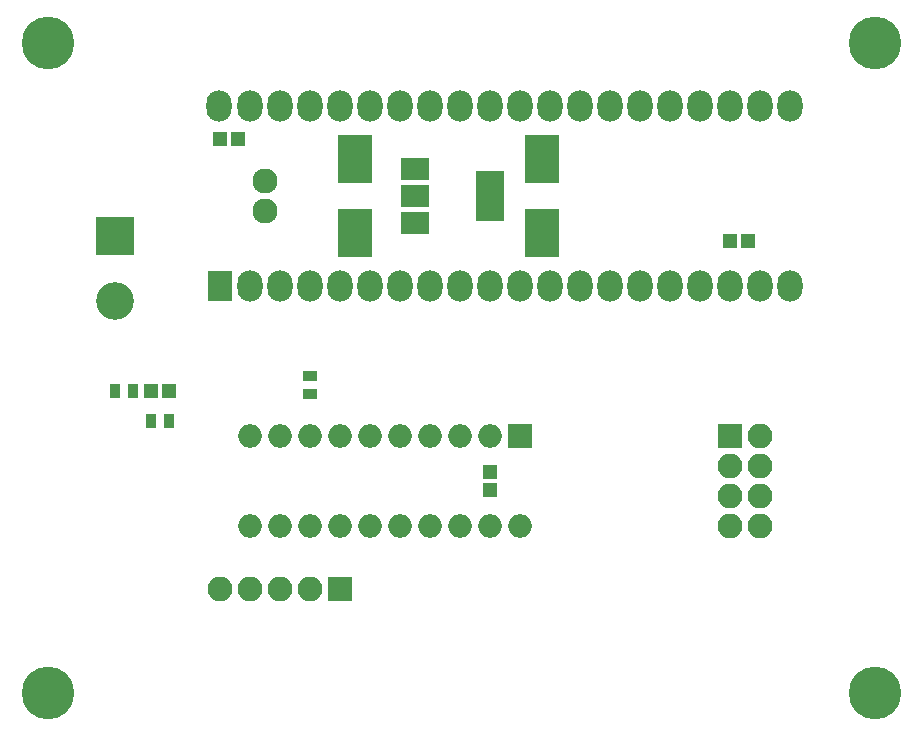
<source format=gbr>
G04 #@! TF.GenerationSoftware,KiCad,Pcbnew,5.0.0*
G04 #@! TF.CreationDate,2018-07-29T15:48:31+02:00*
G04 #@! TF.ProjectId,led_leveldriver,6C65645F6C6576656C6472697665722E,rev?*
G04 #@! TF.SameCoordinates,Original*
G04 #@! TF.FileFunction,Soldermask,Bot*
G04 #@! TF.FilePolarity,Negative*
%FSLAX46Y46*%
G04 Gerber Fmt 4.6, Leading zero omitted, Abs format (unit mm)*
G04 Created by KiCad (PCBNEW 5.0.0) date Sun Jul 29 15:48:31 2018*
%MOMM*%
%LPD*%
G01*
G04 APERTURE LIST*
%ADD10C,4.464000*%
%ADD11O,2.100000X2.100000*%
%ADD12R,2.100000X2.100000*%
%ADD13R,2.127200X2.650000*%
%ADD14O,2.127200X2.650000*%
%ADD15O,2.127200X2.127200*%
%ADD16R,2.900000X4.150000*%
%ADD17R,1.200000X1.150000*%
%ADD18R,1.150000X1.200000*%
%ADD19O,2.000000X2.000000*%
%ADD20R,2.000000X2.000000*%
%ADD21C,3.200000*%
%ADD22R,3.200000X3.200000*%
%ADD23R,0.900000X1.300000*%
%ADD24R,1.300000X0.900000*%
%ADD25R,2.400000X1.900000*%
%ADD26R,2.400000X4.200000*%
G04 APERTURE END LIST*
D10*
G04 #@! TO.C,REF\002A\002A*
X181734000Y-93820000D03*
G04 #@! TD*
G04 #@! TO.C,REF\002A\002A*
X111734000Y-93820000D03*
G04 #@! TD*
G04 #@! TO.C,REF\002A\002A*
X181734000Y-38820000D03*
G04 #@! TD*
D11*
G04 #@! TO.C,Output*
X126254000Y-85024000D03*
X128794000Y-85024000D03*
X131334000Y-85024000D03*
X133874000Y-85024000D03*
D12*
X136414000Y-85024000D03*
G04 #@! TD*
D13*
G04 #@! TO.C,U2*
X126254000Y-59370000D03*
D14*
X128794000Y-59370000D03*
X131334000Y-59370000D03*
X133874000Y-59370000D03*
X136414000Y-59370000D03*
X138954000Y-59370000D03*
X141494000Y-59370000D03*
X144034000Y-59370000D03*
X146574000Y-59370000D03*
X149114000Y-59370000D03*
X151654000Y-59370000D03*
X154194000Y-59370000D03*
X156734000Y-59370000D03*
X159274000Y-59370000D03*
X161814000Y-59370000D03*
X164354000Y-59370000D03*
X166894000Y-59370000D03*
X169434000Y-59370000D03*
X171974000Y-59370000D03*
X174514000Y-59370000D03*
X174514000Y-44130000D03*
X171974000Y-44130000D03*
X169434000Y-44130000D03*
X166894000Y-44130000D03*
X164354000Y-44130000D03*
X161814000Y-44130000D03*
X159274000Y-44130000D03*
X156734000Y-44130000D03*
X154194000Y-44130000D03*
X151654000Y-44130000D03*
X149114000Y-44130000D03*
X146574000Y-44130000D03*
X144034000Y-44130000D03*
X141494000Y-44130000D03*
X138954000Y-44130000D03*
X136414000Y-44130000D03*
X133874000Y-44130000D03*
X131334000Y-44130000D03*
X128794000Y-44130000D03*
X126203200Y-44130000D03*
D15*
X130064000Y-50470000D03*
X130064000Y-53010000D03*
G04 #@! TD*
D16*
G04 #@! TO.C,C1*
X137684000Y-54875000D03*
X137684000Y-48625000D03*
G04 #@! TD*
G04 #@! TO.C,C2*
X153559000Y-48625000D03*
X153559000Y-54875000D03*
G04 #@! TD*
D17*
G04 #@! TO.C,C3*
X170958000Y-55560000D03*
X169458000Y-55560000D03*
G04 #@! TD*
G04 #@! TO.C,C4*
X121924000Y-68260000D03*
X120424000Y-68260000D03*
G04 #@! TD*
D18*
G04 #@! TO.C,C5*
X149114000Y-75130000D03*
X149114000Y-76630000D03*
G04 #@! TD*
D19*
G04 #@! TO.C,IC1*
X151654000Y-79690000D03*
X128794000Y-72070000D03*
X149114000Y-79690000D03*
X131334000Y-72070000D03*
X146574000Y-79690000D03*
X133874000Y-72070000D03*
X144034000Y-79690000D03*
X136414000Y-72070000D03*
X141494000Y-79690000D03*
X138954000Y-72070000D03*
X138954000Y-79690000D03*
X141494000Y-72070000D03*
X136414000Y-79690000D03*
X144034000Y-72070000D03*
X133874000Y-79690000D03*
X146574000Y-72070000D03*
X131334000Y-79690000D03*
X149114000Y-72070000D03*
X128794000Y-79690000D03*
D20*
X151654000Y-72070000D03*
G04 #@! TD*
D21*
G04 #@! TO.C,J2*
X117364000Y-60640000D03*
D22*
X117364000Y-55140000D03*
G04 #@! TD*
D23*
G04 #@! TO.C,R1*
X121924000Y-70800000D03*
X120424000Y-70800000D03*
G04 #@! TD*
G04 #@! TO.C,R2*
X118864000Y-68260000D03*
X117364000Y-68260000D03*
G04 #@! TD*
D24*
G04 #@! TO.C,R7*
X133874000Y-66990000D03*
X133874000Y-68490000D03*
G04 #@! TD*
D11*
G04 #@! TO.C,J1*
X171974000Y-79690000D03*
X169434000Y-79690000D03*
X171974000Y-77150000D03*
X169434000Y-77150000D03*
X171974000Y-74610000D03*
X169434000Y-74610000D03*
X171974000Y-72070000D03*
D12*
X169434000Y-72070000D03*
G04 #@! TD*
D25*
G04 #@! TO.C,U1*
X142814000Y-54050000D03*
X142814000Y-49450000D03*
X142814000Y-51750000D03*
D26*
X149114000Y-51750000D03*
G04 #@! TD*
D17*
G04 #@! TO.C,C6*
X126254000Y-46924000D03*
X127754000Y-46924000D03*
G04 #@! TD*
D10*
G04 #@! TO.C,REF\002A\002A*
X111734000Y-38820000D03*
G04 #@! TD*
M02*

</source>
